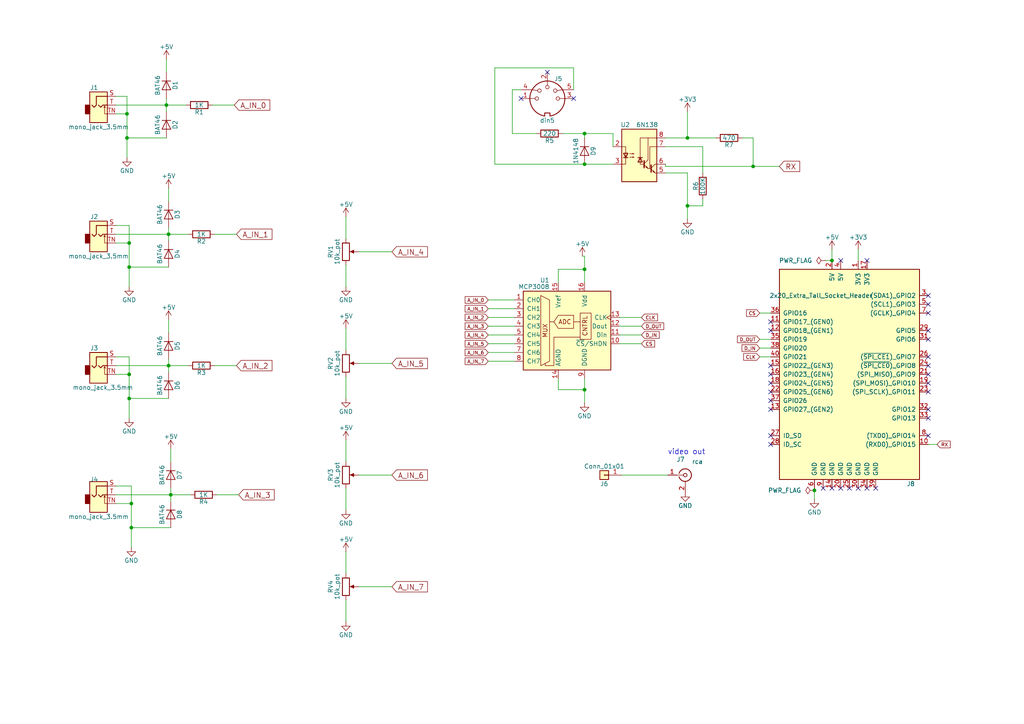
<source format=kicad_sch>
(kicad_sch (version 20211123) (generator eeschema)
  (paper "A4")
  (title_block (title "i_n_c_u_r board") (date "2022-02-10") (rev "v5") (company "cyberboy666 & user43368831") (comment 1 "created by tim caldwell") (comment 2 "CC-BY-SA"))
  (lib_symbols
    (symbol "Connector:AudioJack2_SwitchT"
      (property "Reference" "J" (at 0 8.89 0))
      (property "Value" "AudioJack2_SwitchT" (at 0 6.35 0))
      (symbol "AudioJack2_SwitchT_0_1"
        (rectangle (start -2.54 0) (end -3.81 -2.54) (stroke (width 0.254)) (fill (type outline)))
        (polyline (pts (xy 1.778 -0.254) (xy 2.032 -0.762)))
        (polyline (pts (xy 0 0) (xy 0.635 -0.635) (xy 1.27 0) (xy 2.54 0)) (stroke (width 0.254)))
        (polyline (pts (xy 2.54 -2.54) (xy 1.778 -2.54) (xy 1.778 -0.254) (xy 1.524 -0.762)))
        (polyline (pts (xy 2.54 2.54) (xy -0.635 2.54) (xy -0.635 0) (xy -1.27 -0.635) (xy -1.905 0)) (stroke (width 0.254)))
        (rectangle (start 2.54 3.81) (end -2.54 -5.08) (stroke (width 0.254)) (fill (type background)))
      )
      (symbol "AudioJack2_SwitchT_1_1"
        (pin passive line (at 5.08 2.54 180) (length 2.54) (name "~") (number "S"))
        (pin passive line (at 5.08 0 180) (length 2.54) (name "~") (number "T"))
        (pin passive line (at 5.08 -2.54 180) (length 2.54) (name "~") (number "TN"))
      )
    )
    (symbol "Connector:Conn_Coaxial" (pin_names (offset 1.016) hide)
      (property "Reference" "J" (at 0.254 3.048 0))
      (property "Value" "Conn_Coaxial" (at 2.921 0 90))
      (symbol "Conn_Coaxial_0_1"
        (arc (start -1.778 -0.508) (mid 0.2311 -1.8066) (end 1.778 0) (stroke (width 0.254)))
        (polyline (pts (xy -2.54 0) (xy -0.508 0)))
        (polyline (pts (xy 0 -2.54) (xy 0 -1.778)))
        (circle (center 0 0) (radius 0.508) (stroke (width 0.2032)))
        (arc (start 1.778 0) (mid 0.2099 1.8101) (end -1.778 0.508) (stroke (width 0.254)))
      )
      (symbol "Conn_Coaxial_1_1"
        (pin passive line (at -5.08 0 0) (length 2.54) (name "In") (number "1"))
        (pin passive line (at 0 -5.08 90) (length 2.54) (name "Ext") (number "2"))
      )
    )
    (symbol "incur_board-rescue:+3V3" (power) (pin_names (offset 0))
      (property "Value" "+3V3" (at 0 3.556 0))
      (symbol "+3V3_0_1"
        (polyline (pts (xy -0.762 1.27) (xy 0 2.54)))
        (polyline (pts (xy 0 0) (xy 0 2.54)))
        (polyline (pts (xy 0 2.54) (xy 0.762 1.27)))
      )
      (symbol "+3V3_1_1"
        (pin power_in line (at 0 0 90) (length 0) hide (name "+3V3") (number "1"))
      )
    )
    (symbol "incur_board-rescue:+5V" (power) (pin_names (offset 0))
      (property "Value" "+5V" (at 0 3.556 0))
      (symbol "+5V_0_1"
        (polyline (pts (xy -0.762 1.27) (xy 0 2.54)))
        (polyline (pts (xy 0 0) (xy 0 2.54)))
        (polyline (pts (xy 0 2.54) (xy 0.762 1.27)))
      )
      (symbol "+5V_1_1"
        (pin power_in line (at 0 0 90) (length 0) hide (name "+5V") (number "1"))
      )
    )
    (symbol "incur_board-rescue:6N138" (pin_names (offset 1.016) hide)
      (property "Reference" "U" (at -4.064 8.89 0))
      (property "Value" "6N138" (at 2.286 8.89 0))
      (symbol "6N138_0_1"
        (rectangle (start -5.08 7.62) (end 5.08 -7.62) (stroke (width 0.254)) (fill (type background)))
        (polyline (pts (xy -4.572 -0.635) (xy -3.302 -0.635)) (stroke (width 0.254)))
        (polyline (pts (xy 0.889 -0.635) (xy -0.381 -0.635)) (stroke (width 0.254)))
        (polyline (pts (xy 1.397 -2.667) (xy 2.54 -3.81)))
        (polyline (pts (xy 1.397 -2.413) (xy 2.54 -1.27)))
        (polyline (pts (xy 2.54 -3.81) (xy 3.175 -3.81)))
        (polyline (pts (xy 3.429 -3.937) (xy 4.572 -5.08)))
        (polyline (pts (xy 3.429 -3.683) (xy 4.572 -2.54)))
        (polyline (pts (xy 4.572 -5.08) (xy 5.08 -5.08)))
        (polyline (pts (xy 4.572 -2.54) (xy 5.08 -2.54)))
        (polyline (pts (xy 1.397 -1.524) (xy 1.397 -3.556) (xy 1.397 -3.556)) (stroke (width 0.3556)))
        (polyline (pts (xy 2.54 -1.27) (xy 2.54 5.08) (xy 5.08 5.08)))
        (polyline (pts (xy 3.429 -2.794) (xy 3.429 -4.826) (xy 3.429 -4.826)) (stroke (width 0.3556)))
        (polyline (pts (xy 5.08 2.54) (xy 3.048 2.54) (xy 3.048 -3.81)))
        (polyline (pts (xy -5.08 -2.54) (xy -3.937 -2.54) (xy -3.937 2.54) (xy -5.08 2.54)))
        (polyline (pts (xy -3.937 -0.635) (xy -4.572 0.635) (xy -3.302 0.635) (xy -3.937 -0.635)) (stroke (width 0.254)))
        (polyline (pts (xy 0.254 -0.635) (xy 0.889 -1.905) (xy -0.381 -1.905) (xy 0.254 -0.635)) (stroke (width 0.254)))
        (polyline (pts (xy 1.27 -2.54) (xy 0.254 -2.54) (xy 0.254 5.08) (xy 2.54 5.08)))
        (polyline (pts (xy 2.413 -3.683) (xy 2.159 -3.175) (xy 1.905 -3.429) (xy 2.413 -3.683)))
        (polyline (pts (xy 4.445 -4.953) (xy 4.191 -4.445) (xy 3.937 -4.699) (xy 4.445 -4.953)))
        (polyline (pts (xy -2.794 -0.508) (xy -1.524 -0.508) (xy -1.905 -0.635) (xy -1.905 -0.381) (xy -1.524 -0.508)))
        (polyline (pts (xy -2.794 0.508) (xy -1.524 0.508) (xy -1.905 0.381) (xy -1.905 0.635) (xy -1.524 0.508)))
      )
      (symbol "6N138_1_1"
        (pin no_connect line (at -5.08 5.08 0) (length 2.54) hide (name "NC") (number "1"))
        (pin passive line (at -7.62 2.54 0) (length 2.54) (name "C1") (number "2"))
        (pin passive line (at -7.62 -2.54 0) (length 2.54) (name "C2") (number "3"))
        (pin no_connect line (at -5.08 -5.08 0) (length 2.54) hide (name "NC") (number "4"))
        (pin passive line (at 7.62 -5.08 180) (length 2.54) (name "GND") (number "5"))
        (pin passive line (at 7.62 -2.54 180) (length 2.54) (name "VO2") (number "6"))
        (pin passive line (at 7.62 2.54 180) (length 2.54) (name "VO1") (number "7"))
        (pin passive line (at 7.62 5.08 180) (length 2.54) (name "VCC") (number "8"))
      )
    )
    (symbol "incur_board-rescue:Conn_01x01" (pin_names (offset 1.016) hide)
      (property "Reference" "J" (at 0 2.54 0))
      (property "Value" "Conn_01x01" (at 0 -2.54 0))
      (symbol "Conn_01x01_1_1"
        (rectangle (start -1.27 0.127) (end 0 -0.127) (stroke (width 0.1524)))
        (rectangle (start -1.27 1.27) (end 1.27 -1.27) (stroke (width 0.254)) (fill (type background)))
        (pin passive line (at -5.08 0 0) (length 3.81) (name "Pin_1") (number "1"))
      )
    )
    (symbol "incur_board-rescue:D" (pin_numbers hide) (pin_names (offset 1.016) hide)
      (property "Reference" "D" (at 0 2.54 0))
      (property "Value" "D" (at 0 -2.54 0))
      (symbol "D_0_1"
        (polyline (pts (xy -1.27 1.27) (xy -1.27 -1.27)) (stroke (width 0.2032)))
        (polyline (pts (xy 1.27 0) (xy -1.27 0)))
        (polyline (pts (xy 1.27 1.27) (xy 1.27 -1.27) (xy -1.27 0) (xy 1.27 1.27)) (stroke (width 0.2032)))
      )
      (symbol "D_1_1"
        (pin passive line (at -3.81 0 0) (length 2.54) (name "K") (number "1"))
        (pin passive line (at 3.81 0 180) (length 2.54) (name "A") (number "2"))
      )
    )
    (symbol "incur_board-rescue:DIN-5_180degree" (pin_names (offset 1.016))
      (property "Reference" "J" (at 3.175 5.715 0))
      (property "Value" "DIN-5_180degree" (at 0 -6.35 0))
      (symbol "DIN-5_180degree_0_1"
        (arc (start -5.08 0) (mid -3.8609 -3.3364) (end -0.762 -5.08) (stroke (width 0.254)))
        (circle (center -3.048 0) (radius 0.508))
        (circle (center -2.286 2.286) (radius 0.508))
        (polyline (pts (xy -5.08 0) (xy -3.556 0)))
        (polyline (pts (xy 0 5.08) (xy 0 3.81)))
        (polyline (pts (xy 5.08 0) (xy 3.556 0)))
        (polyline (pts (xy -5.08 2.54) (xy -4.318 2.54) (xy -2.794 2.286)))
        (polyline (pts (xy 5.08 2.54) (xy 4.318 2.54) (xy 2.794 2.286)))
        (polyline (pts (xy -0.762 -4.953) (xy -0.762 -4.191) (xy 0.762 -4.191) (xy 0.762 -4.953)) (stroke (width 0.254)))
        (circle (center 0 3.302) (radius 0.508))
        (arc (start 0.762 -5.08) (mid 3.8685 -3.343) (end 5.08 0) (stroke (width 0.254)))
        (circle (center 2.286 2.286) (radius 0.508))
        (circle (center 3.048 0) (radius 0.508))
        (arc (start 5.08 0) (mid 0 5.08) (end -5.08 0) (stroke (width 0.254)))
      )
      (symbol "DIN-5_180degree_1_1"
        (pin passive line (at -7.62 0 0) (length 2.54) (name "~") (number "1"))
        (pin passive line (at 0 7.62 270) (length 2.54) (name "~") (number "2"))
        (pin passive line (at 7.62 0 180) (length 2.54) (name "~") (number "3"))
        (pin passive line (at -7.62 2.54 0) (length 2.54) (name "~") (number "4"))
        (pin passive line (at 7.62 2.54 180) (length 2.54) (name "~") (number "5"))
      )
    )
    (symbol "incur_board-rescue:GND" (power) (pin_names (offset 0))
      (property "Value" "GND" (at 0 -3.81 0))
      (symbol "GND_0_1"
        (polyline (pts (xy 0 0) (xy 0 -1.27) (xy 1.27 -1.27) (xy 0 -2.54) (xy -1.27 -1.27) (xy 0 -1.27)))
      )
      (symbol "GND_1_1"
        (pin power_in line (at 0 0 270) (length 0) hide (name "GND") (number "1"))
      )
    )
    (symbol "incur_board-rescue:MCP3208" (pin_names (offset 1.016))
      (property "Reference" "U" (at -5.08 13.335 0))
      (property "Value" "MCP3208" (at -5.08 11.43 0))
      (symbol "MCP3208_0_0"
        (text "ADC" (at -0.635 1.27 0) (effects (font (size 1.27 1.27))))
        (text "CNTRL" (at 5.969 -2.921 900) (effects (font (size 1.27 1.27)) (justify left bottom)))
        (text "MUX" (at -6.35 -1.27 900) (effects (font (size 1.27 1.27))))
      )
      (symbol "MCP3208_0_1"
        (polyline (pts (xy -3.81 1.27) (xy -5.08 1.27)))
        (polyline (pts (xy 1.905 1.27) (xy 3.81 1.27)))
        (polyline (pts (xy -7.62 8.89) (xy -7.62 -11.43) (xy -5.08 -10.16) (xy -5.08 7.62) (xy -7.62 8.89)))
        (polyline (pts (xy 3.81 -3.175) (xy -3.81 -3.175) (xy -3.81 -11.43) (xy -6.35 -11.43) (xy -6.35 -10.795)))
        (polyline (pts (xy 1.905 3.175) (xy 1.905 -0.635) (xy -2.54 -0.635) (xy -3.81 1.27) (xy -2.54 3.175) (xy 1.905 3.175)))
        (rectangle (start 3.81 -3.81) (end 6.985 3.81))
        (rectangle (start 12.7 -12.7) (end -12.7 10.16) (stroke (width 0.254)) (fill (type background)))
      )
      (symbol "MCP3208_1_1"
        (pin input line (at -15.24 7.62 0) (length 2.54) (name "CH0") (number "1"))
        (pin input line (at 15.24 -5.08 180) (length 2.54) (name "~{CS}/SHDN") (number "10"))
        (pin input line (at 15.24 -2.54 180) (length 2.54) (name "Din") (number "11"))
        (pin output line (at 15.24 0 180) (length 2.54) (name "Dout") (number "12"))
        (pin input clock (at 15.24 2.54 180) (length 2.54) (name "CLK") (number "13"))
        (pin power_in line (at -2.54 -15.24 90) (length 2.54) (name "AGND") (number "14"))
        (pin power_in line (at -2.54 12.7 270) (length 2.54) (name "Vref") (number "15"))
        (pin power_in line (at 5.08 12.7 270) (length 2.54) (name "Vdd") (number "16"))
        (pin input line (at -15.24 5.08 0) (length 2.54) (name "CH1") (number "2"))
        (pin input line (at -15.24 2.54 0) (length 2.54) (name "CH2") (number "3"))
        (pin input line (at -15.24 0 0) (length 2.54) (name "CH3") (number "4"))
        (pin input line (at -15.24 -2.54 0) (length 2.54) (name "CH4") (number "5"))
        (pin input line (at -15.24 -5.08 0) (length 2.54) (name "CH5") (number "6"))
        (pin input line (at -15.24 -7.62 0) (length 2.54) (name "CH6") (number "7"))
        (pin input line (at -15.24 -10.16 0) (length 2.54) (name "CH7") (number "8"))
        (pin power_in line (at 5.08 -15.24 90) (length 2.54) (name "DGND") (number "9"))
      )
    )
    (symbol "incur_board-rescue:POT" (pin_numbers hide) (pin_names (offset 1.016) hide)
      (property "Reference" "RV" (at -4.445 0 90))
      (property "Value" "POT" (at -2.54 0 90))
      (symbol "POT_0_1"
        (polyline (pts (xy 2.54 0) (xy 1.524 0)))
        (polyline (pts (xy 1.143 0) (xy 2.286 0.508) (xy 2.286 -0.508)) (fill (type outline)))
        (rectangle (start 1.016 2.54) (end -1.016 -2.54) (stroke (width 0.254)))
      )
      (symbol "POT_1_1"
        (pin passive line (at 0 3.81 270) (length 1.27) (name "1") (number "1"))
        (pin passive line (at 3.81 0 180) (length 1.27) (name "2") (number "2"))
        (pin passive line (at 0 -3.81 90) (length 1.27) (name "3") (number "3"))
      )
    )
    (symbol "incur_board-rescue:PWR_FLAG" (power) (pin_numbers hide) (pin_names (offset 0) hide)
      (property "Value" "PWR_FLAG" (at 0 3.81 0))
      (symbol "PWR_FLAG_0_0"
        (pin power_out line (at 0 0 90) (length 0) (name "pwr") (number "1"))
      )
      (symbol "PWR_FLAG_0_1"
        (polyline (pts (xy 0 0) (xy 0 1.27) (xy -1.016 1.905) (xy 0 2.54) (xy 1.016 1.905) (xy 0 1.27)))
      )
    )
    (symbol "incur_board-rescue:R" (pin_numbers hide) (pin_names (offset 0))
      (property "Reference" "R" (at 2.032 0 90))
      (property "Value" "R" (at 0 0 90))
      (symbol "R_0_1"
        (rectangle (start -1.016 -2.54) (end 1.016 2.54) (stroke (width 0.254)))
      )
      (symbol "R_1_1"
        (pin passive line (at 0 3.81 270) (length 1.27) (name "~") (number "1"))
        (pin passive line (at 0 -3.81 90) (length 1.27) (name "~") (number "2"))
      )
    )
    (symbol "incur_board-rescue:Raspberry_Pi_2_3" (pin_names (offset 1.016))
      (property "Reference" "J" (at 17.78 -31.75 0))
      (property "Value" "Raspberry_Pi_2_3" (at -10.16 22.86 0))
      (symbol "Raspberry_Pi_2_3_0_1"
        (rectangle (start -20.32 30.48) (end 20.32 -30.48) (stroke (width 0.254)) (fill (type background)))
      )
      (symbol "Raspberry_Pi_2_3_1_1"
        (pin power_out line (at 2.54 33.02 270) (length 2.54) (name "3V3") (number "1"))
        (pin bidirectional line (at 22.86 -20.32 180) (length 2.54) (name "(RXD0)_GPIO15") (number "10"))
        (pin bidirectional line (at -22.86 15.24 0) (length 2.54) (name "GPIO17_(GEN0)") (number "11"))
        (pin bidirectional line (at -22.86 12.7 0) (length 2.54) (name "GPIO18_(GEN1)") (number "12"))
        (pin bidirectional line (at -22.86 -10.16 0) (length 2.54) (name "GPIO27_(GEN2)") (number "13"))
        (pin passive line (at -5.08 -33.02 90) (length 2.54) (name "GND") (number "14"))
        (pin bidirectional line (at -22.86 2.54 0) (length 2.54) (name "GPIO22_(GEN3)") (number "15"))
        (pin bidirectional line (at -22.86 0 0) (length 2.54) (name "GPIO23_(GEN4)") (number "16"))
        (pin power_out line (at 5.08 33.02 270) (length 2.54) (name "3V3") (number "17"))
        (pin bidirectional line (at -22.86 -2.54 0) (length 2.54) (name "GPIO24_(GEN5)") (number "18"))
        (pin bidirectional line (at 22.86 -2.54 180) (length 2.54) (name "(SPI_MOSI)_GPIO10") (number "19"))
        (pin passive line (at -5.08 33.02 270) (length 2.54) (name "5V") (number "2"))
        (pin passive line (at -2.54 -33.02 90) (length 2.54) (name "GND") (number "20"))
        (pin bidirectional line (at 22.86 0 180) (length 2.54) (name "(SPI_MISO)_GPIO9") (number "21"))
        (pin bidirectional line (at -22.86 -5.08 0) (length 2.54) (name "GPIO25_(GEN6)") (number "22"))
        (pin bidirectional line (at 22.86 -5.08 180) (length 2.54) (name "(SPI_SCLK)_GPIO11") (number "23"))
        (pin bidirectional line (at 22.86 2.54 180) (length 2.54) (name "(~{SPI_CE0})_GPIO8") (number "24"))
        (pin passive line (at 0 -33.02 90) (length 2.54) (name "GND") (number "25"))
        (pin bidirectional line (at 22.86 5.08 180) (length 2.54) (name "(~{SPI_CE1})_GPIO7") (number "26"))
        (pin bidirectional line (at -22.86 -17.78 0) (length 2.54) (name "ID_SD") (number "27"))
        (pin bidirectional line (at -22.86 -20.32 0) (length 2.54) (name "ID_SC") (number "28"))
        (pin bidirectional line (at 22.86 12.7 180) (length 2.54) (name "GPIO5") (number "29"))
        (pin bidirectional line (at 22.86 22.86 180) (length 2.54) (name "(SDA1)_GPIO2") (number "3"))
        (pin passive line (at 2.54 -33.02 90) (length 2.54) (name "GND") (number "30"))
        (pin bidirectional line (at 22.86 10.16 180) (length 2.54) (name "GPIO6") (number "31"))
        (pin bidirectional line (at 22.86 -10.16 180) (length 2.54) (name "GPIO12") (number "32"))
        (pin bidirectional line (at 22.86 -12.7 180) (length 2.54) (name "GPIO13") (number "33"))
        (pin passive line (at 5.08 -33.02 90) (length 2.54) (name "GND") (number "34"))
        (pin bidirectional line (at -22.86 10.16 0) (length 2.54) (name "GPIO19") (number "35"))
        (pin bidirectional line (at -22.86 17.78 0) (length 2.54) (name "GPIO16") (number "36"))
        (pin bidirectional line (at -22.86 -7.62 0) (length 2.54) (name "GPIO26") (number "37"))
        (pin bidirectional line (at -22.86 7.62 0) (length 2.54) (name "GPIO20") (number "38"))
        (pin passive line (at 7.62 -33.02 90) (length 2.54) (name "GND") (number "39"))
        (pin passive line (at -2.54 33.02 270) (length 2.54) (name "5V") (number "4"))
        (pin bidirectional line (at -22.86 5.08 0) (length 2.54) (name "GPIO21") (number "40"))
        (pin bidirectional line (at 22.86 20.32 180) (length 2.54) (name "(SCL1)_GPIO3") (number "5"))
        (pin passive line (at -10.16 -33.02 90) (length 2.54) (name "GND") (number "6"))
        (pin bidirectional line (at 22.86 17.78 180) (length 2.54) (name "(GCLK)_GPIO4") (number "7"))
        (pin bidirectional line (at 22.86 -17.78 180) (length 2.54) (name "(TXD0)_GPIO14") (number "8"))
        (pin passive line (at -7.62 -33.02 90) (length 2.54) (name "GND") (number "9"))
      )
    )
  )
  (junction (at 48.895 67.945))
  (junction (at 169.545 78.105))
  (junction (at 37.465 115.57))
  (junction (at 48.26 30.48))
  (junction (at 169.545 113.03))
  (junction (at 48.895 106.045))
  (junction (at 38.1 153.035))
  (junction (at 236.22 142.24))
  (junction (at 218.44 48.26))
  (junction (at 37.465 77.47))
  (junction (at 169.545 38.735))
  (junction (at 169.545 47.625))
  (junction (at 36.83 40.005))
  (junction (at 241.3 75.565))
  (junction (at 199.39 40.005))
  (junction (at 199.39 59.69))
  (junction (at 49.53 143.51))
  (junction (at 37.465 108.585))
  (junction (at 36.83 33.02))
  (junction (at 38.1 146.05))
  (junction (at 37.465 70.485))
  (no_connect (at 223.52 118.745))
  (no_connect (at 269.24 118.745))
  (no_connect (at 269.24 95.885))
  (no_connect (at 269.24 121.285))
  (no_connect (at 166.37 28.575))
  (no_connect (at 243.84 75.565))
  (no_connect (at 269.24 113.665))
  (no_connect (at 269.24 90.805))
  (no_connect (at 151.13 28.575))
  (no_connect (at 269.24 106.045))
  (no_connect (at 254 141.605))
  (no_connect (at 251.46 141.605))
  (no_connect (at 223.52 113.665))
  (no_connect (at 269.24 111.125))
  (no_connect (at 246.38 141.605))
  (no_connect (at 269.24 126.365))
  (no_connect (at 269.24 85.725))
  (no_connect (at 269.24 88.265))
  (no_connect (at 269.24 108.585))
  (no_connect (at 238.76 141.605))
  (no_connect (at 223.52 108.585))
  (no_connect (at 223.52 106.045))
  (no_connect (at 243.84 141.605))
  (no_connect (at 248.92 141.605))
  (no_connect (at 269.24 103.505))
  (no_connect (at 269.24 98.425))
  (no_connect (at 251.46 75.565))
  (no_connect (at 223.52 116.205))
  (no_connect (at 223.52 95.885))
  (no_connect (at 158.75 20.955))
  (no_connect (at 223.52 126.365))
  (no_connect (at 223.52 111.125))
  (no_connect (at 223.52 128.905))
  (no_connect (at 223.52 93.345))
  (no_connect (at 241.3 141.605))
  (wire (pts (xy 48.895 106.045) (xy 54.61 106.045)))
  (wire (pts (xy 48.26 30.48) (xy 53.975 30.48)))
  (wire (pts (xy 169.545 109.855) (xy 169.545 113.03)))
  (wire (pts (xy 193.04 48.26) (xy 218.44 48.26)))
  (wire (pts (xy 38.1 140.97) (xy 33.655 140.97)))
  (wire (pts (xy 100.33 62.865) (xy 100.33 69.215)))
  (wire (pts (xy 199.39 50.165) (xy 199.39 59.69)))
  (wire (pts (xy 141.605 86.995) (xy 149.225 86.995)))
  (wire (pts (xy 169.545 113.03) (xy 169.545 116.84)))
  (wire (pts (xy 203.835 42.545) (xy 193.04 42.545)))
  (wire (pts (xy 100.33 127.635) (xy 100.33 133.985)))
  (wire (pts (xy 149.225 89.535) (xy 141.605 89.535)))
  (wire (pts (xy 48.26 17.145) (xy 48.26 20.955)))
  (wire (pts (xy 37.465 115.57) (xy 48.895 115.57)))
  (wire (pts (xy 248.92 75.565) (xy 248.92 72.39)))
  (wire (pts (xy 141.605 102.235) (xy 149.225 102.235)))
  (wire (pts (xy 37.465 103.505) (xy 37.465 108.585)))
  (wire (pts (xy 49.53 141.605) (xy 49.53 143.51)))
  (wire (pts (xy 186.055 92.075) (xy 179.705 92.075)))
  (wire (pts (xy 199.39 50.165) (xy 193.04 50.165)))
  (wire (pts (xy 33.655 30.48) (xy 48.26 30.48)))
  (wire (pts (xy 193.04 48.26) (xy 193.04 47.625)))
  (wire (pts (xy 161.925 78.105) (xy 169.545 78.105)))
  (wire (pts (xy 220.345 103.505) (xy 223.52 103.505)))
  (wire (pts (xy 49.53 143.51) (xy 49.53 145.415)))
  (wire (pts (xy 48.26 28.575) (xy 48.26 30.48)))
  (wire (pts (xy 218.44 48.26) (xy 226.06 48.26)))
  (wire (pts (xy 33.655 143.51) (xy 49.53 143.51)))
  (wire (pts (xy 33.655 70.485) (xy 37.465 70.485)))
  (wire (pts (xy 169.545 78.105) (xy 169.545 81.915)))
  (wire (pts (xy 215.265 40.005) (xy 218.44 40.005)))
  (wire (pts (xy 49.53 130.175) (xy 49.53 133.985)))
  (wire (pts (xy 220.345 98.425) (xy 223.52 98.425)))
  (wire (pts (xy 143.51 47.625) (xy 143.51 19.685)))
  (wire (pts (xy 38.1 146.05) (xy 38.1 153.035)))
  (wire (pts (xy 33.655 27.94) (xy 36.83 27.94)))
  (wire (pts (xy 199.39 40.005) (xy 207.645 40.005)))
  (wire (pts (xy 161.925 81.915) (xy 161.925 78.105)))
  (wire (pts (xy 113.665 73.025) (xy 104.14 73.025)))
  (wire (pts (xy 37.465 115.57) (xy 37.465 121.285)))
  (wire (pts (xy 33.655 67.945) (xy 48.895 67.945)))
  (wire (pts (xy 113.665 170.18) (xy 104.14 170.18)))
  (wire (pts (xy 36.83 40.005) (xy 36.83 45.72)))
  (wire (pts (xy 38.1 140.97) (xy 38.1 146.05)))
  (wire (pts (xy 37.465 77.47) (xy 37.465 83.185)))
  (wire (pts (xy 48.895 67.945) (xy 48.895 69.85)))
  (wire (pts (xy 37.465 77.47) (xy 48.895 77.47)))
  (wire (pts (xy 163.195 38.735) (xy 169.545 38.735)))
  (wire (pts (xy 33.655 103.505) (xy 37.465 103.505)))
  (wire (pts (xy 149.225 99.695) (xy 141.605 99.695)))
  (wire (pts (xy 36.83 33.02) (xy 36.83 40.005)))
  (wire (pts (xy 36.83 40.005) (xy 48.26 40.005)))
  (wire (pts (xy 48.895 106.045) (xy 48.895 107.95)))
  (wire (pts (xy 149.225 104.775) (xy 141.605 104.775)))
  (wire (pts (xy 38.1 153.035) (xy 49.53 153.035)))
  (wire (pts (xy 33.655 106.045) (xy 48.895 106.045)))
  (wire (pts (xy 48.895 67.945) (xy 54.61 67.945)))
  (wire (pts (xy 48.895 104.14) (xy 48.895 106.045)))
  (wire (pts (xy 37.465 65.405) (xy 37.465 70.485)))
  (wire (pts (xy 199.39 32.385) (xy 199.39 40.005)))
  (wire (pts (xy 241.3 75.565) (xy 239.395 75.565)))
  (wire (pts (xy 166.37 19.685) (xy 166.37 26.035)))
  (wire (pts (xy 218.44 40.005) (xy 218.44 48.26)))
  (wire (pts (xy 186.055 99.695) (xy 179.705 99.695)))
  (wire (pts (xy 203.835 57.785) (xy 203.835 59.69)))
  (wire (pts (xy 100.33 147.955) (xy 100.33 141.605)))
  (wire (pts (xy 100.33 115.57) (xy 100.33 109.22)))
  (wire (pts (xy 169.545 74.295) (xy 169.545 78.105)))
  (wire (pts (xy 148.59 26.035) (xy 148.59 38.735)))
  (wire (pts (xy 100.33 83.185) (xy 100.33 76.835)))
  (wire (pts (xy 48.895 66.04) (xy 48.895 67.945)))
  (wire (pts (xy 100.33 95.25) (xy 100.33 101.6)))
  (wire (pts (xy 143.51 19.685) (xy 166.37 19.685)))
  (wire (pts (xy 141.605 97.155) (xy 149.225 97.155)))
  (wire (pts (xy 37.465 108.585) (xy 37.465 115.57)))
  (wire (pts (xy 33.655 33.02) (xy 36.83 33.02)))
  (wire (pts (xy 48.895 92.71) (xy 48.895 96.52)))
  (wire (pts (xy 161.925 109.855) (xy 161.925 113.03)))
  (wire (pts (xy 169.545 74.295) (xy 168.91 74.295)))
  (wire (pts (xy 113.665 105.41) (xy 104.14 105.41)))
  (wire (pts (xy 269.24 128.905) (xy 271.78 128.905)))
  (wire (pts (xy 186.055 97.155) (xy 179.705 97.155)))
  (wire (pts (xy 149.225 94.615) (xy 141.605 94.615)))
  (wire (pts (xy 241.3 75.565) (xy 241.3 72.39)))
  (wire (pts (xy 151.13 26.035) (xy 148.59 26.035)))
  (wire (pts (xy 143.51 47.625) (xy 169.545 47.625)))
  (wire (pts (xy 148.59 38.735) (xy 155.575 38.735)))
  (wire (pts (xy 36.83 27.94) (xy 36.83 33.02)))
  (wire (pts (xy 236.22 142.24) (xy 236.22 144.78)))
  (wire (pts (xy 100.33 160.02) (xy 100.33 166.37)))
  (wire (pts (xy 38.1 153.035) (xy 38.1 158.75)))
  (wire (pts (xy 48.895 54.61) (xy 48.895 58.42)))
  (wire (pts (xy 203.835 59.69) (xy 199.39 59.69)))
  (wire (pts (xy 169.545 40.005) (xy 169.545 38.735)))
  (wire (pts (xy 161.925 113.03) (xy 169.545 113.03)))
  (wire (pts (xy 48.26 30.48) (xy 48.26 32.385)))
  (wire (pts (xy 186.055 94.615) (xy 179.705 94.615)))
  (wire (pts (xy 203.835 50.165) (xy 203.835 42.545)))
  (wire (pts (xy 62.23 67.945) (xy 68.58 67.945)))
  (wire (pts (xy 62.865 143.51) (xy 69.215 143.51)))
  (wire (pts (xy 199.39 59.69) (xy 199.39 63.5)))
  (wire (pts (xy 220.345 90.805) (xy 223.52 90.805)))
  (wire (pts (xy 33.655 146.05) (xy 38.1 146.05)))
  (wire (pts (xy 220.345 100.965) (xy 223.52 100.965)))
  (wire (pts (xy 33.655 108.585) (xy 37.465 108.585)))
  (wire (pts (xy 169.545 38.735) (xy 177.8 38.735)))
  (wire (pts (xy 193.04 40.005) (xy 199.39 40.005)))
  (wire (pts (xy 62.23 106.045) (xy 68.58 106.045)))
  (wire (pts (xy 37.465 70.485) (xy 37.465 77.47)))
  (wire (pts (xy 100.33 180.34) (xy 100.33 173.99)))
  (wire (pts (xy 61.595 30.48) (xy 67.945 30.48)))
  (wire (pts (xy 113.665 137.795) (xy 104.14 137.795)))
  (wire (pts (xy 236.22 141.605) (xy 236.22 142.24)))
  (wire (pts (xy 180.34 137.795) (xy 193.675 137.795)))
  (wire (pts (xy 141.605 92.075) (xy 149.225 92.075)))
  (wire (pts (xy 169.545 47.625) (xy 177.8 47.625)))
  (wire (pts (xy 33.655 65.405) (xy 37.465 65.405)))
  (wire (pts (xy 177.8 38.735) (xy 177.8 42.545)))
  (wire (pts (xy 49.53 143.51) (xy 55.245 143.51)))
  (text "video out" (at 193.675 132.08 0) (effects (font (size 1.524 1.524)) (justify left bottom)))
  (global_label "RX" (shape input) (at 271.78 128.905 0) (effects (font (size 0.9906 0.9906))) (property "Intersheet References" "${INTERSHEET_REFS}" (effects hide)))
  (global_label "A_IN_2" (shape input) (at 68.58 106.045 0) (effects (font (size 1.524 1.524))) (property "Intersheet References" "${INTERSHEET_REFS}" (effects hide)))
  (global_label "RX" (shape input) (at 226.06 48.26 0) (effects (font (size 1.524 1.524))) (property "Intersheet References" "${INTERSHEET_REFS}" (effects hide)))
  (global_label "D_IN" (shape input) (at 186.055 97.155 0) (effects (font (size 0.9906 0.9906))) (property "Intersheet References" "${INTERSHEET_REFS}" (effects hide)))
  (global_label "A_IN_6" (shape input) (at 113.665 137.795 0) (effects (font (size 1.524 1.524))) (property "Intersheet References" "${INTERSHEET_REFS}" (effects hide)))
  (global_label "D_IN" (shape input) (at 220.345 100.965 180) (effects (font (size 0.9906 0.9906))) (property "Intersheet References" "${INTERSHEET_REFS}" (effects hide)))
  (global_label "A_IN_4" (shape input) (at 141.605 97.155 180) (effects (font (size 0.9906 0.9906))) (property "Intersheet References" "${INTERSHEET_REFS}" (effects hide)))
  (global_label "A_IN_0" (shape input) (at 67.945 30.48 0) (effects (font (size 1.524 1.524))) (property "Intersheet References" "${INTERSHEET_REFS}" (effects hide)))
  (global_label "CS" (shape input) (at 220.345 90.805 180) (effects (font (size 0.9906 0.9906))) (property "Intersheet References" "${INTERSHEET_REFS}" (effects hide)))
  (global_label "CS" (shape input) (at 186.055 99.695 0) (effects (font (size 0.9906 0.9906))) (property "Intersheet References" "${INTERSHEET_REFS}" (effects hide)))
  (global_label "A_IN_7" (shape input) (at 113.665 170.18 0) (effects (font (size 1.524 1.524))) (property "Intersheet References" "${INTERSHEET_REFS}" (effects hide)))
  (global_label "CLK" (shape input) (at 186.055 92.075 0) (effects (font (size 0.9906 0.9906))) (property "Intersheet References" "${INTERSHEET_REFS}" (effects hide)))
  (global_label "D_OUT" (shape input) (at 220.345 98.425 180) (effects (font (size 0.9906 0.9906))) (property "Intersheet References" "${INTERSHEET_REFS}" (effects hide)))
  (global_label "A_IN_6" (shape input) (at 141.605 102.235 180) (effects (font (size 0.9906 0.9906))) (property "Intersheet References" "${INTERSHEET_REFS}" (effects hide)))
  (global_label "A_IN_1" (shape input) (at 141.605 89.535 180) (effects (font (size 0.9906 0.9906))) (property "Intersheet References" "${INTERSHEET_REFS}" (effects hide)))
  (global_label "A_IN_4" (shape input) (at 113.665 73.025 0) (effects (font (size 1.524 1.524))) (property "Intersheet References" "${INTERSHEET_REFS}" (effects hide)))
  (global_label "A_IN_5" (shape input) (at 113.665 105.41 0) (effects (font (size 1.524 1.524))) (property "Intersheet References" "${INTERSHEET_REFS}" (effects hide)))
  (global_label "A_IN_3" (shape input) (at 141.605 94.615 180) (effects (font (size 0.9906 0.9906))) (property "Intersheet References" "${INTERSHEET_REFS}" (effects hide)))
  (global_label "CLK" (shape input) (at 220.345 103.505 180) (effects (font (size 0.9906 0.9906))) (property "Intersheet References" "${INTERSHEET_REFS}" (effects hide)))
  (global_label "A_IN_5" (shape input) (at 141.605 99.695 180) (effects (font (size 0.9906 0.9906))) (property "Intersheet References" "${INTERSHEET_REFS}" (effects hide)))
  (global_label "A_IN_3" (shape input) (at 69.215 143.51 0) (effects (font (size 1.524 1.524))) (property "Intersheet References" "${INTERSHEET_REFS}" (effects hide)))
  (global_label "A_IN_1" (shape input) (at 68.58 67.945 0) (effects (font (size 1.524 1.524))) (property "Intersheet References" "${INTERSHEET_REFS}" (effects hide)))
  (global_label "A_IN_2" (shape input) (at 141.605 92.075 180) (effects (font (size 0.9906 0.9906))) (property "Intersheet References" "${INTERSHEET_REFS}" (effects hide)))
  (global_label "A_IN_7" (shape input) (at 141.605 104.775 180) (effects (font (size 0.9906 0.9906))) (property "Intersheet References" "${INTERSHEET_REFS}" (effects hide)))
  (global_label "A_IN_0" (shape input) (at 141.605 86.995 180) (effects (font (size 0.9906 0.9906))) (property "Intersheet References" "${INTERSHEET_REFS}" (effects hide)))
  (global_label "D_OUT" (shape input) (at 186.055 94.615 0) (effects (font (size 0.9906 0.9906))) (property "Intersheet References" "${INTERSHEET_REFS}" (effects hide)))
  (symbol (lib_id "incur_board-rescue:DIN-5_180degree") (at 158.75 28.575 0) (unit 1)
    (property "Reference" "J5" (at 161.925 22.86 0))
    (property "Value" "din5" (at 158.75 34.925 0))
    (property "Footprint" "lib_fp:tht_vertical_din5" (effects hide))
  )
  (symbol (lib_id "incur_board-rescue:POT") (at 100.33 73.025 0) (unit 1)
    (property "Reference" "RV1" (at 95.885 73.025 90))
    (property "Value" "10k_pot" (at 97.79 73.025 90))
    (property "Footprint" "lib_fp:tht_vertical_potentiometer" (effects hide))
  )
  (symbol (lib_id "incur_board-rescue:MCP3208") (at 164.465 94.615 0) (unit 1)
    (property "Reference" "U1" (at 159.385 81.28 0) (effects (justify right)))
    (property "Value" "MCP3008" (at 159.385 83.185 0) (effects (justify right)))
    (property "Footprint" "Housings_DIP:DIP-16_W7.62mm_LongPads" (effects hide))
  )
  (symbol (lib_id "incur_board-rescue:6N138") (at 185.42 45.085 0) (unit 1)
    (property "Reference" "U2" (at 181.356 36.195 0))
    (property "Value" "6N138" (at 187.706 36.195 0))
    (property "Footprint" "Housings_DIP:DIP-8_W7.62mm_LongPads" (effects hide))
  )
  (symbol (lib_id "incur_board-rescue:R") (at 159.385 38.735 270) (unit 1)
    (property "Reference" "R5" (at 159.385 40.767 90))
    (property "Value" "220" (at 159.385 38.735 90))
    (property "Footprint" "Resistors_THT:R_Axial_DIN0207_L6.3mm_D2.5mm_P7.62mm_Horizontal" (effects hide))
  )
  (symbol (lib_id "incur_board-rescue:R") (at 211.455 40.005 270) (unit 1)
    (property "Reference" "R7" (at 211.455 42.037 90))
    (property "Value" "470" (at 211.455 40.005 90))
    (property "Footprint" "Resistors_THT:R_Axial_DIN0207_L6.3mm_D2.5mm_P7.62mm_Horizontal" (effects hide))
  )
  (symbol (lib_id "incur_board-rescue:R") (at 203.835 53.975 180) (unit 1)
    (property "Reference" "R6" (at 201.803 53.975 90))
    (property "Value" "100K" (at 203.835 53.975 90))
    (property "Footprint" "Resistors_THT:R_Axial_DIN0207_L6.3mm_D2.5mm_P7.62mm_Horizontal" (effects hide))
  )
  (symbol (lib_id "incur_board-rescue:D") (at 169.545 43.815 270) (unit 1)
    (property "Reference" "D9" (at 172.085 43.815 0))
    (property "Value" "1N4148" (at 167.005 43.815 0))
    (property "Footprint" "Diodes_THT:D_DO-35_SOD27_P5.08mm_Vertical_KathodeUp" (effects hide))
  )
  (symbol (lib_id "incur_board-rescue:R") (at 57.785 30.48 270) (unit 1)
    (property "Reference" "R1" (at 57.785 32.512 90))
    (property "Value" "1K" (at 57.785 30.48 90))
    (property "Footprint" "Resistors_THT:R_Axial_DIN0207_L6.3mm_D2.5mm_P7.62mm_Horizontal" (effects hide))
  )
  (symbol (lib_id "incur_board-rescue:D") (at 48.26 24.765 270) (unit 1)
    (property "Reference" "D1" (at 50.8 24.765 0))
    (property "Value" "BAT46" (at 45.72 24.765 0))
    (property "Footprint" "Diodes_THT:D_DO-35_SOD27_P5.08mm_Vertical_KathodeUp" (effects hide))
  )
  (symbol (lib_id "incur_board-rescue:D") (at 48.26 36.195 270) (unit 1)
    (property "Reference" "D2" (at 50.8 36.195 0))
    (property "Value" "BAT46" (at 45.72 36.195 0))
    (property "Footprint" "Diodes_THT:D_DO-35_SOD27_P5.08mm_Vertical_KathodeUp" (effects hide))
  )
  (symbol (lib_id "incur_board-rescue:+5V") (at 48.26 17.145 0) (unit 1)
    (property "Reference" "#PWR026" (effects hide))
    (property "Value" "+5V" (at 48.26 13.589 0))
  )
  (symbol (lib_id "incur_board-rescue:GND") (at 36.83 45.72 0) (unit 1)
    (property "Reference" "#PWR01" (effects hide))
    (property "Value" "GND" (at 36.83 49.53 0))
  )
  (symbol (lib_id "incur_board-rescue:+5V") (at 100.33 62.865 0) (unit 1)
    (property "Reference" "#PWR02" (effects hide))
    (property "Value" "+5V" (at 100.33 59.309 0))
  )
  (symbol (lib_id "incur_board-rescue:GND") (at 100.33 83.185 0) (unit 1)
    (property "Reference" "#PWR03" (effects hide))
    (property "Value" "GND" (at 100.33 86.995 0))
  )
  (symbol (lib_id "incur_board-rescue:R") (at 58.42 67.945 270) (unit 1)
    (property "Reference" "R2" (at 58.42 69.977 90))
    (property "Value" "1K" (at 58.42 67.945 90))
    (property "Footprint" "Resistors_THT:R_Axial_DIN0207_L6.3mm_D2.5mm_P7.62mm_Horizontal" (effects hide))
  )
  (symbol (lib_id "incur_board-rescue:D") (at 48.895 62.23 270) (unit 1)
    (property "Reference" "D3" (at 51.435 62.23 0))
    (property "Value" "BAT46" (at 46.355 62.23 0))
    (property "Footprint" "Diodes_THT:D_DO-35_SOD27_P5.08mm_Vertical_KathodeUp" (effects hide))
  )
  (symbol (lib_id "incur_board-rescue:D") (at 48.895 73.66 270) (unit 1)
    (property "Reference" "D4" (at 51.435 73.66 0))
    (property "Value" "BAT46" (at 46.355 73.66 0))
    (property "Footprint" "Diodes_THT:D_DO-35_SOD27_P5.08mm_Vertical_KathodeUp" (effects hide))
  )
  (symbol (lib_id "incur_board-rescue:+5V") (at 48.895 54.61 0) (unit 1)
    (property "Reference" "#PWR04" (effects hide))
    (property "Value" "+5V" (at 48.895 51.054 0))
  )
  (symbol (lib_id "incur_board-rescue:GND") (at 37.465 83.185 0) (unit 1)
    (property "Reference" "#PWR05" (effects hide))
    (property "Value" "GND" (at 37.465 86.995 0))
  )
  (symbol (lib_id "incur_board-rescue:R") (at 58.42 106.045 270) (unit 1)
    (property "Reference" "R3" (at 58.42 108.077 90))
    (property "Value" "1K" (at 58.42 106.045 90))
    (property "Footprint" "Resistors_THT:R_Axial_DIN0207_L6.3mm_D2.5mm_P7.62mm_Horizontal" (effects hide))
  )
  (symbol (lib_id "incur_board-rescue:D") (at 48.895 100.33 270) (unit 1)
    (property "Reference" "D5" (at 51.435 100.33 0))
    (property "Value" "BAT46" (at 46.355 100.33 0))
    (property "Footprint" "Diodes_THT:D_DO-35_SOD27_P5.08mm_Vertical_KathodeUp" (effects hide))
  )
  (symbol (lib_id "incur_board-rescue:D") (at 48.895 111.76 270) (unit 1)
    (property "Reference" "D6" (at 51.435 111.76 0))
    (property "Value" "BAT46" (at 46.355 111.76 0))
    (property "Footprint" "Diodes_THT:D_DO-35_SOD27_P5.08mm_Vertical_KathodeUp" (effects hide))
  )
  (symbol (lib_id "incur_board-rescue:+5V") (at 48.895 92.71 0) (unit 1)
    (property "Reference" "#PWR06" (effects hide))
    (property "Value" "+5V" (at 48.895 89.154 0))
  )
  (symbol (lib_id "incur_board-rescue:GND") (at 37.465 121.285 0) (unit 1)
    (property "Reference" "#PWR07" (effects hide))
    (property "Value" "GND" (at 37.465 125.095 0))
  )
  (symbol (lib_id "incur_board-rescue:R") (at 59.055 143.51 270) (unit 1)
    (property "Reference" "R4" (at 59.055 145.542 90))
    (property "Value" "1K" (at 59.055 143.51 90))
    (property "Footprint" "Resistors_THT:R_Axial_DIN0207_L6.3mm_D2.5mm_P7.62mm_Horizontal" (effects hide))
  )
  (symbol (lib_id "incur_board-rescue:D") (at 49.53 137.795 270) (unit 1)
    (property "Reference" "D7" (at 52.07 137.795 0))
    (property "Value" "BAT46" (at 46.99 137.795 0))
    (property "Footprint" "Diodes_THT:D_DO-35_SOD27_P5.08mm_Vertical_KathodeUp" (effects hide))
  )
  (symbol (lib_id "incur_board-rescue:D") (at 49.53 149.225 270) (unit 1)
    (property "Reference" "D8" (at 52.07 149.225 0))
    (property "Value" "BAT46" (at 46.99 149.225 0))
    (property "Footprint" "Diodes_THT:D_DO-35_SOD27_P5.08mm_Vertical_KathodeUp" (effects hide))
  )
  (symbol (lib_id "incur_board-rescue:+5V") (at 49.53 130.175 0) (unit 1)
    (property "Reference" "#PWR08" (effects hide))
    (property "Value" "+5V" (at 49.53 126.619 0))
  )
  (symbol (lib_id "incur_board-rescue:GND") (at 38.1 158.75 0) (unit 1)
    (property "Reference" "#PWR09" (effects hide))
    (property "Value" "GND" (at 38.1 162.56 0))
  )
  (symbol (lib_id "incur_board-rescue:POT") (at 100.33 105.41 0) (unit 1)
    (property "Reference" "RV2" (at 95.885 105.41 90))
    (property "Value" "10k_pot" (at 97.79 105.41 90))
    (property "Footprint" "lib_fp:tht_vertical_potentiometer" (effects hide))
  )
  (symbol (lib_id "incur_board-rescue:+5V") (at 100.33 95.25 0) (unit 1)
    (property "Reference" "#PWR010" (effects hide))
    (property "Value" "+5V" (at 100.33 91.694 0))
  )
  (symbol (lib_id "incur_board-rescue:GND") (at 100.33 115.57 0) (unit 1)
    (property "Reference" "#PWR011" (effects hide))
    (property "Value" "GND" (at 100.33 119.38 0))
  )
  (symbol (lib_id "incur_board-rescue:POT") (at 100.33 137.795 0) (unit 1)
    (property "Reference" "RV3" (at 95.885 137.795 90))
    (property "Value" "10k_pot" (at 97.79 137.795 90))
    (property "Footprint" "lib_fp:tht_vertical_potentiometer" (effects hide))
  )
  (symbol (lib_id "incur_board-rescue:+5V") (at 100.33 127.635 0) (unit 1)
    (property "Reference" "#PWR012" (effects hide))
    (property "Value" "+5V" (at 100.33 124.079 0))
  )
  (symbol (lib_id "incur_board-rescue:GND") (at 100.33 147.955 0) (unit 1)
    (property "Reference" "#PWR013" (effects hide))
    (property "Value" "GND" (at 100.33 151.765 0))
  )
  (symbol (lib_id "incur_board-rescue:POT") (at 100.33 170.18 0) (unit 1)
    (property "Reference" "RV4" (at 95.885 170.18 90))
    (property "Value" "10k_pot" (at 97.79 170.18 90))
    (property "Footprint" "lib_fp:tht_vertical_potentiometer" (effects hide))
  )
  (symbol (lib_id "incur_board-rescue:+5V") (at 100.33 160.02 0) (unit 1)
    (property "Reference" "#PWR014" (effects hide))
    (property "Value" "+5V" (at 100.33 156.464 0))
  )
  (symbol (lib_id "incur_board-rescue:GND") (at 100.33 180.34 0) (unit 1)
    (property "Reference" "#PWR015" (effects hide))
    (property "Value" "GND" (at 100.33 184.15 0))
  )
  (symbol (lib_id "incur_board-rescue:GND") (at 169.545 116.84 0) (unit 1)
    (property "Reference" "#PWR016" (effects hide))
    (property "Value" "GND" (at 169.545 120.65 0))
  )
  (symbol (lib_id "incur_board-rescue:+5V") (at 168.91 74.295 0) (unit 1)
    (property "Reference" "#PWR017" (effects hide))
    (property "Value" "+5V" (at 168.91 70.739 0))
  )
  (symbol (lib_id "incur_board-rescue:+3V3") (at 199.39 32.385 0) (unit 1)
    (property "Reference" "#PWR018" (effects hide))
    (property "Value" "+3V3" (at 199.39 28.829 0))
  )
  (symbol (lib_id "incur_board-rescue:GND") (at 199.39 63.5 0) (unit 1)
    (property "Reference" "#PWR019" (effects hide))
    (property "Value" "GND" (at 199.39 67.31 0))
  )
  (symbol (lib_id "incur_board-rescue:GND") (at 236.22 144.78 0) (unit 1)
    (property "Reference" "#PWR020" (effects hide))
    (property "Value" "GND" (at 236.22 148.59 0))
  )
  (symbol (lib_id "incur_board-rescue:+3V3") (at 248.92 72.39 0) (unit 1)
    (property "Reference" "#PWR021" (effects hide))
    (property "Value" "+3V3" (at 248.92 68.834 0))
  )
  (symbol (lib_id "incur_board-rescue:+5V") (at 241.3 72.39 0) (unit 1)
    (property "Reference" "#PWR022" (effects hide))
    (property "Value" "+5V" (at 241.3 68.834 0))
  )
  (symbol (lib_id "incur_board-rescue:PWR_FLAG") (at 239.395 75.565 90) (unit 1)
    (property "Reference" "#FLG025" (effects hide))
    (property "Value" "PWR_FLAG" (at 235.585 75.565 90) (effects (justify left)))
  )
  (symbol (lib_id "incur_board-rescue:PWR_FLAG") (at 236.22 142.24 90) (unit 1)
    (property "Reference" "#FLG024" (effects hide))
    (property "Value" "PWR_FLAG" (at 232.41 142.24 90) (effects (justify left)))
  )
  (symbol (lib_id "incur_board-rescue:Raspberry_Pi_2_3") (at 246.38 108.585 0) (unit 1)
    (property "Reference" "J8" (at 264.16 140.335 0))
    (property "Value" "2x20_Extra_Tall_Socket_Header" (at 238.125 85.725 0))
    (property "Footprint" "Connector_PinHeader_2.54mm:PinHeader_2x20_P2.54mm_Vertical" (effects hide))
  )
  (symbol (lib_id "incur_board-rescue:GND") (at 198.755 142.875 0) (unit 1)
    (property "Reference" "#PWR023" (effects hide))
    (property "Value" "GND" (at 198.755 146.685 0))
  )
  (symbol (lib_id "incur_board-rescue:Conn_01x01") (at 175.26 137.795 180) (unit 1)
    (property "Reference" "J6" (at 175.26 140.335 0))
    (property "Value" "Conn_01x01" (at 175.26 135.255 0))
    (property "Footprint" "Pin_Headers:Pin_Header_Straight_1x01_Pitch2.54mm" (effects hide))
  )
  (symbol (lib_id "Connector:Conn_Coaxial") (at 198.755 137.795 0) (unit 1)
    (property "Reference" "J7" (at 196.215 133.985 0) (effects (justify left bottom)))
    (property "Value" "rca" (at 200.66 134.62 0) (effects (justify left bottom)))
    (property "Footprint" "lib_fp:tht_rca_vertical" (effects hide))
    (property "Datasheet" "CUI Inc" (effects hide))
    (property "Field4" "Manufacturer recommendations" (effects hide))
    (property "Field5" "B" (effects hide))
  )
  (symbol (lib_id "Connector:AudioJack2_SwitchT") (at 28.575 30.48 0) (unit 1)
    (property "Reference" "J1" (at 27.305 25.4 0))
    (property "Value" "mono_jack_3.5mm" (at 28.575 36.83 0))
    (property "Footprint" "lib_fp:Jack_3.5mm_QingPu_WQP-PJ398SM_Vertical_CircularHoles" (effects hide))
  )
  (symbol (lib_id "Connector:AudioJack2_SwitchT") (at 28.575 67.945 0) (unit 1)
    (property "Reference" "J2" (at 27.305 62.865 0))
    (property "Value" "mono_jack_3.5mm" (at 28.575 74.295 0))
    (property "Footprint" "lib_fp:Jack_3.5mm_QingPu_WQP-PJ398SM_Vertical_CircularHoles" (effects hide))
  )
  (symbol (lib_id "Connector:AudioJack2_SwitchT") (at 28.575 106.045 0) (unit 1)
    (property "Reference" "J3" (at 27.305 100.965 0))
    (property "Value" "mono_jack_3.5mm" (at 29.845 112.395 0))
    (property "Footprint" "lib_fp:Jack_3.5mm_QingPu_WQP-PJ398SM_Vertical_CircularHoles" (effects hide))
  )
  (symbol (lib_id "Connector:AudioJack2_SwitchT") (at 28.575 143.51 0) (unit 1)
    (property "Reference" "J4" (at 27.305 139.065 0))
    (property "Value" "mono_jack_3.5mm" (at 28.575 149.86 0))
    (property "Footprint" "lib_fp:Jack_3.5mm_QingPu_WQP-PJ398SM_Vertical_CircularHoles" (effects hide))
  )
)
</source>
